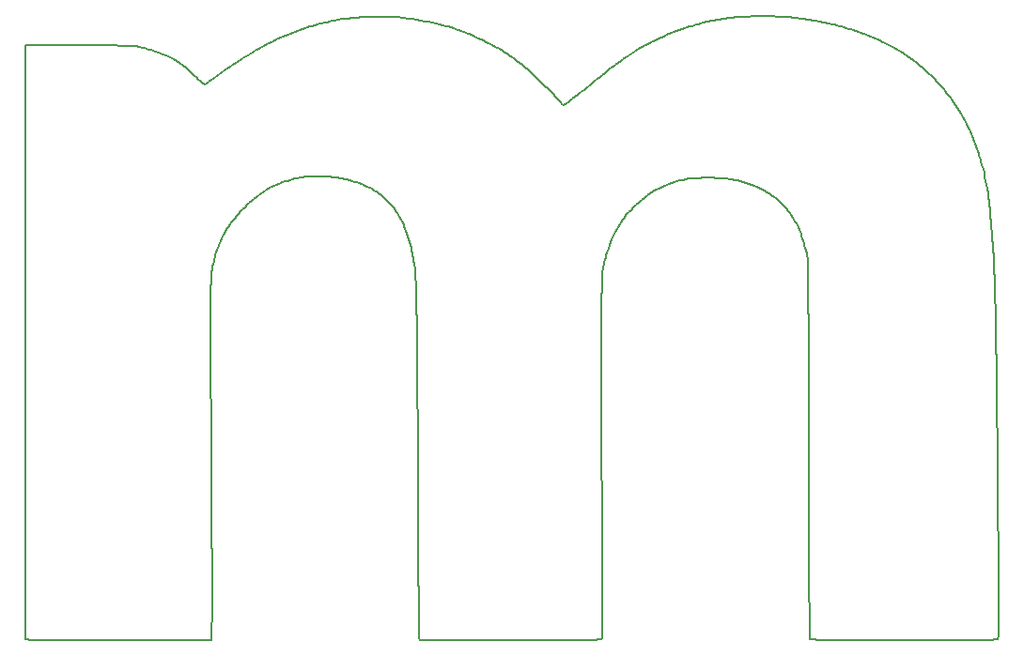
<source format=gm1>
G04 #@! TF.GenerationSoftware,KiCad,Pcbnew,7.0.0-da2b9df05c~165~ubuntu22.04.1*
G04 #@! TF.CreationDate,2023-03-05T12:57:27-08:00*
G04 #@! TF.ProjectId,badge,62616467-652e-46b6-9963-61645f706362,rev?*
G04 #@! TF.SameCoordinates,Original*
G04 #@! TF.FileFunction,Profile,NP*
%FSLAX46Y46*%
G04 Gerber Fmt 4.6, Leading zero omitted, Abs format (unit mm)*
G04 Created by KiCad (PCBNEW 7.0.0-da2b9df05c~165~ubuntu22.04.1) date 2023-03-05 12:57:27*
%MOMM*%
%LPD*%
G01*
G04 APERTURE LIST*
%ADD10C,0.200000*%
G04 #@! TA.AperFunction,Profile*
%ADD11C,0.200000*%
G04 #@! TD*
G04 APERTURE END LIST*
D10*
X141575106Y-58619081D02*
X141767070Y-58688438D01*
X141843305Y-58697999D01*
X188759950Y-70018017D02*
X188816194Y-70215724D01*
X188873412Y-70415990D01*
X188914737Y-70560053D01*
X125628148Y-72542878D02*
X125409882Y-72642736D01*
X125217347Y-72734010D01*
X125000181Y-72842936D01*
X124793957Y-72954384D01*
X124582416Y-73077204D01*
X124398432Y-73189597D01*
X124192317Y-73319467D01*
X124136355Y-73355196D01*
D11*
X119600652Y-110607471D02*
X119582465Y-113692834D01*
D10*
X166780466Y-57530919D02*
X167073387Y-57504931D01*
X167329127Y-57490556D01*
X167624706Y-57478543D01*
X167952817Y-57468897D01*
X168306150Y-57461620D01*
X168677397Y-57456715D01*
X169059250Y-57454184D01*
X169444399Y-57454032D01*
X169825537Y-57456261D01*
X170195355Y-57460873D01*
X170546543Y-57467873D01*
X170871794Y-57477262D01*
X171163798Y-57489045D01*
X171415248Y-57503223D01*
X171618834Y-57519800D01*
X171700395Y-57528989D01*
X136309813Y-75202741D02*
X136176476Y-74996989D01*
X136036991Y-74815805D01*
X135870325Y-74618350D01*
X135682476Y-74410712D01*
X135479439Y-74198977D01*
X135267212Y-73989231D01*
X135051790Y-73787560D01*
X134839171Y-73600051D01*
X134635351Y-73432790D01*
X134446326Y-73291863D01*
X134387643Y-73251792D01*
X151299141Y-65447185D02*
X151517301Y-65330792D01*
X151724696Y-65185377D01*
X151897661Y-65057479D01*
X152097518Y-64905506D01*
X152323520Y-64730044D01*
X152574922Y-64531683D01*
X152850977Y-64311011D01*
X153150938Y-64068618D01*
X153309650Y-63939459D01*
X153474060Y-63805091D01*
X153644073Y-63665587D01*
X153819596Y-63521020D01*
X154000536Y-63371464D01*
X154186800Y-63216992D01*
X154378295Y-63057679D01*
X154574927Y-62893598D01*
X154776602Y-62724821D01*
X154983229Y-62551424D01*
X155194713Y-62373480D01*
X138183089Y-103602811D02*
X138173682Y-101641045D01*
X138164719Y-99796651D01*
X138156128Y-98065649D01*
X138147837Y-96444055D01*
X138139777Y-94927889D01*
X138131875Y-93513170D01*
X138124062Y-92195916D01*
X138116265Y-90972145D01*
X138108415Y-89837877D01*
X138100439Y-88789129D01*
X138092268Y-87821920D01*
X138083829Y-86932270D01*
X138075053Y-86116195D01*
X138065867Y-85369716D01*
X138056201Y-84688850D01*
X138045985Y-84069617D01*
X138035147Y-83508034D01*
X138023615Y-83000121D01*
X138011320Y-82541895D01*
X137998190Y-82129376D01*
X137984154Y-81758582D01*
X137969141Y-81425532D01*
X137953080Y-81126243D01*
X137935900Y-80856736D01*
X137917530Y-80613027D01*
X137897900Y-80391137D01*
X137876937Y-80187083D01*
X137830733Y-79816559D01*
X137778349Y-79469603D01*
X137749663Y-79295011D01*
X178367336Y-59045420D02*
X178552680Y-59114965D01*
X170959401Y-74348005D02*
X170791297Y-74187161D01*
X170613918Y-74030038D01*
X170427782Y-73876925D01*
X170233408Y-73728114D01*
X170031318Y-73583894D01*
X169822029Y-73444557D01*
X169606062Y-73310393D01*
X169383937Y-73181694D01*
X169156172Y-73058749D01*
X168923288Y-72941850D01*
X168685804Y-72831288D01*
X168444240Y-72727352D01*
X168199115Y-72630334D01*
X167950949Y-72540525D01*
X167700261Y-72458215D01*
X167447572Y-72383696D01*
X122916850Y-60898705D02*
X123094644Y-60798696D01*
X123274509Y-60696457D01*
X123454124Y-60593960D01*
X123645635Y-60484339D01*
X123710219Y-60447297D01*
X190473307Y-106675347D02*
X190477679Y-107212908D01*
X190481709Y-107722767D01*
X190485391Y-108205633D01*
X190488719Y-108662215D01*
X190491686Y-109093225D01*
X190494288Y-109499371D01*
X190496516Y-109881363D01*
X190498366Y-110239912D01*
X190499831Y-110575728D01*
X190500905Y-110889520D01*
X190501581Y-111181998D01*
X190501855Y-111453873D01*
X190501719Y-111705854D01*
X190501167Y-111938651D01*
X190500193Y-112152973D01*
X190496956Y-112529037D01*
X190491958Y-112839723D01*
X190485151Y-113090712D01*
X190471438Y-113367687D01*
X190446360Y-113581053D01*
X190413159Y-113657858D01*
X121532652Y-61787324D02*
X121717017Y-61662529D01*
X121908203Y-61535924D01*
X122077565Y-61427604D01*
X122186880Y-61366446D01*
X120583149Y-62433577D02*
X120761255Y-62312861D01*
X120936100Y-62194018D01*
X121131710Y-62060851D01*
X121301099Y-61945389D01*
X121468173Y-61831369D01*
X121532652Y-61787324D01*
X145350029Y-60308663D02*
X145522537Y-60417142D01*
X145751867Y-60565579D01*
X145957543Y-60699947D01*
X146178091Y-60844832D01*
X146400915Y-60991926D01*
X146613418Y-61132920D01*
X146803006Y-61259507D01*
X146998372Y-61391517D01*
X147100749Y-61463449D01*
X175661373Y-58209099D02*
X175925287Y-58274889D01*
X176120593Y-58326546D01*
X176327128Y-58383125D01*
X176541242Y-58443498D01*
X176759283Y-58506534D01*
X176977601Y-58571107D01*
X177192544Y-58636088D01*
X177400461Y-58700348D01*
X177597700Y-58762758D01*
X177865552Y-58850439D01*
X178088842Y-58927611D01*
X178295945Y-59007578D01*
X178367336Y-59045420D01*
X163882707Y-58028480D02*
X164131567Y-57964752D01*
X164338364Y-57917434D01*
X164562811Y-57870459D01*
X164805249Y-57823771D01*
X165066020Y-57777308D01*
X165345463Y-57731014D01*
X165643919Y-57684830D01*
X165853621Y-57654072D01*
X166072026Y-57623319D01*
X166299234Y-57592554D01*
X166535347Y-57561760D01*
X166780466Y-57530919D01*
X119926127Y-78937328D02*
X119873128Y-79146715D01*
X119819428Y-79354229D01*
X119763255Y-79566072D01*
X119711167Y-79753659D01*
X173252335Y-79086553D02*
X173200514Y-78881419D01*
X173130456Y-78606643D01*
X173068282Y-78366785D01*
X173012507Y-78156680D01*
X172945526Y-77913896D01*
X172883756Y-77702584D01*
X172823674Y-77510501D01*
X172745579Y-77278788D01*
X172676416Y-77085211D01*
X136885631Y-57596020D02*
X137272371Y-57650337D01*
X137657729Y-57708361D01*
X138039324Y-57769570D01*
X138414779Y-57833447D01*
X138781712Y-57899472D01*
X139137745Y-57967126D01*
X139480498Y-58035890D01*
X139807593Y-58105245D01*
X140116649Y-58174672D01*
X140405288Y-58243652D01*
X140671129Y-58311666D01*
X140911795Y-58378196D01*
X141124904Y-58442721D01*
X141387697Y-58534615D01*
X141575106Y-58619081D01*
X172254725Y-76126234D02*
X172155423Y-75947143D01*
X172051342Y-75757525D01*
X171956376Y-75581455D01*
X119711167Y-79753659D02*
X119643535Y-80025483D01*
X119605354Y-80245532D01*
X119572465Y-80515660D01*
X119544665Y-80852163D01*
X119521753Y-81271339D01*
X119512067Y-81517021D01*
X119503528Y-81789483D01*
X119496109Y-82090761D01*
X119489787Y-82422892D01*
X119484536Y-82787914D01*
X119480330Y-83187863D01*
X119477144Y-83624777D01*
X119474954Y-84100692D01*
X119473735Y-84617646D01*
X119473460Y-85177676D01*
X119474104Y-85782819D01*
X119475644Y-86435112D01*
X119478052Y-87136592D01*
X119481305Y-87889295D01*
X119485377Y-88695260D01*
X119490242Y-89556524D01*
X119495876Y-90475122D01*
X119502254Y-91453093D01*
X119509349Y-92492473D01*
X119517138Y-93595300D01*
X119525595Y-94763611D01*
D11*
X119582465Y-113692834D02*
X111220303Y-113714094D01*
D10*
X122487032Y-61178817D02*
X122661960Y-61058262D01*
X122830971Y-60949427D01*
X122916850Y-60898705D01*
X187311108Y-66582743D02*
X187417592Y-66776175D01*
X187527767Y-66991543D01*
X187628541Y-67194235D01*
X187734885Y-67412448D01*
X187841577Y-67635567D01*
X187943393Y-67852977D01*
X188035110Y-68054063D01*
X137749663Y-79295011D02*
X137706015Y-79049759D01*
X137656438Y-78800292D01*
X137601434Y-78548191D01*
X137541507Y-78295039D01*
X137477160Y-78042416D01*
X137408898Y-77791906D01*
X137337223Y-77545089D01*
X137262640Y-77303549D01*
X137185651Y-77068867D01*
X137106760Y-76842624D01*
X137026471Y-76626404D01*
X136945287Y-76421787D01*
X136863712Y-76230357D01*
X136741717Y-75971395D01*
X136621674Y-75751000D01*
X133281346Y-72675136D02*
X133081899Y-72590516D01*
X132858464Y-72506286D01*
X132661341Y-72438834D01*
X132446974Y-72371033D01*
X132214523Y-72302619D01*
X131963147Y-72233325D01*
X131761690Y-72180618D01*
X131548761Y-72127156D01*
X167447572Y-72383696D02*
X167247662Y-72328966D01*
X166971571Y-72257468D01*
X166716184Y-72197764D01*
X166472699Y-72148819D01*
X166232315Y-72109595D01*
X165986228Y-72079057D01*
X165725638Y-72056168D01*
X165441743Y-72039891D01*
X165235186Y-72032202D01*
X165011751Y-72026685D01*
X164768830Y-72023031D01*
X164503815Y-72020935D01*
X164362208Y-72020375D01*
X184716905Y-63133067D02*
X184905476Y-63328692D01*
X185082189Y-63515899D01*
X185248830Y-63697064D01*
X185407184Y-63874561D01*
X185559038Y-64050764D01*
X185706176Y-64228048D01*
X185850385Y-64408788D01*
X185993451Y-64595358D01*
X186137159Y-64790132D01*
X186283295Y-64995485D01*
X186433646Y-65213792D01*
X186589995Y-65447428D01*
X186754131Y-65698766D01*
X186927837Y-65970181D01*
X187112901Y-66264049D01*
X187311108Y-66582743D01*
X172742760Y-57653525D02*
X172999251Y-57686207D01*
X173226088Y-57720307D01*
X173477616Y-57761701D01*
X173749468Y-57809558D01*
X174037274Y-57863046D01*
X174235852Y-57901423D01*
X174438285Y-57941686D01*
X174643280Y-57983591D01*
X174849541Y-58026889D01*
X175055776Y-58071335D01*
X175260688Y-58116683D01*
X175462985Y-58162687D01*
X175661373Y-58209099D01*
X121203214Y-76231695D02*
X121066590Y-76441681D01*
X120931275Y-76660723D01*
X120799919Y-76883661D01*
X120675169Y-77105339D01*
X120559674Y-77320598D01*
X120456084Y-77524280D01*
X120367047Y-77711227D01*
X120275546Y-77925544D01*
X120213740Y-78120082D01*
X120207890Y-78170172D01*
X154723264Y-113657579D02*
X154444755Y-113676612D01*
X154202217Y-113683717D01*
X153890107Y-113690481D01*
X153511997Y-113696873D01*
X153299309Y-113699919D01*
X153071461Y-113702859D01*
X152828900Y-113705690D01*
X152572072Y-113708407D01*
X152301424Y-113711007D01*
X152017404Y-113713485D01*
X151720457Y-113715838D01*
X151411030Y-113718060D01*
X151089570Y-113720148D01*
X150756524Y-113722098D01*
X150412339Y-113723906D01*
X150057460Y-113725568D01*
X149692335Y-113727080D01*
X149317410Y-113728437D01*
X148933133Y-113729636D01*
X148539949Y-113730672D01*
X148138306Y-113731541D01*
X147728650Y-113732240D01*
X147311428Y-113732764D01*
X146887086Y-113733109D01*
X146456072Y-113733271D01*
X113078160Y-60224945D02*
X113289705Y-60274121D01*
X113496420Y-60324802D01*
X113698453Y-60377065D01*
X113895952Y-60430988D01*
X114089065Y-60486651D01*
X114462730Y-60603512D01*
X114820634Y-60728275D01*
X115163965Y-60861571D01*
X115493908Y-61004028D01*
X115811653Y-61156278D01*
X116118384Y-61318948D01*
X116415291Y-61492669D01*
X116703559Y-61678070D01*
X116984376Y-61875781D01*
X117258929Y-62086431D01*
X117528406Y-62310650D01*
X117793992Y-62549067D01*
X118056875Y-62802313D01*
X118187675Y-62934693D01*
X118187675Y-62934693D02*
X118384218Y-63136311D01*
X118545969Y-63297364D01*
X118719594Y-63451367D01*
X118923586Y-63558812D01*
X119142705Y-63509835D01*
X119333367Y-63369031D01*
X119531234Y-63197761D01*
X142282217Y-58834651D02*
X142469740Y-58914950D01*
X142661149Y-58995179D01*
X142764537Y-59037216D01*
X130631465Y-57832722D02*
X130984460Y-57768470D01*
X131356239Y-57710294D01*
X131743857Y-57658304D01*
X131942687Y-57634663D01*
X132144374Y-57612610D01*
X132348549Y-57592160D01*
X132554846Y-57573326D01*
X132762896Y-57556122D01*
X132972331Y-57540562D01*
X133182785Y-57526659D01*
X133393888Y-57514429D01*
X133605274Y-57503884D01*
X133816574Y-57495038D01*
X134027421Y-57487906D01*
X134237446Y-57482502D01*
X134446283Y-57478839D01*
X134653563Y-57476932D01*
X134858919Y-57476793D01*
X135061982Y-57478438D01*
X135262385Y-57481879D01*
X135653741Y-57494210D01*
X136030043Y-57513895D01*
X136388349Y-57541048D01*
X136725718Y-57575778D01*
X136885631Y-57596020D01*
D11*
X146456072Y-113733271D02*
X138306406Y-113734541D01*
D10*
X150867544Y-65051072D02*
X151000367Y-65203229D01*
X151154645Y-65354281D01*
X151299141Y-65447185D01*
X164362208Y-72020375D02*
X164062701Y-72020261D01*
X163790086Y-72022031D01*
X163541200Y-72026138D01*
X163312883Y-72033035D01*
X163101973Y-72043174D01*
X162811330Y-72065454D01*
X162542069Y-72097578D01*
X162283522Y-72141073D01*
X162025018Y-72197469D01*
X161755887Y-72268293D01*
X161465460Y-72355075D01*
X161254741Y-72422550D01*
X161026655Y-72498250D01*
X119531234Y-63197761D02*
X119685524Y-63069965D01*
X119852828Y-62955862D01*
X119869917Y-62950822D01*
X136621674Y-75751000D02*
X136510718Y-75560293D01*
X136405434Y-75374839D01*
X136309813Y-75202741D01*
X157642841Y-60666118D02*
X157817474Y-60540034D01*
X158021962Y-60414501D01*
X158278211Y-60268203D01*
X158472800Y-60161705D01*
X158682894Y-60049832D01*
X158905494Y-59934127D01*
X159137599Y-59816131D01*
X159376209Y-59697386D01*
X159618325Y-59579434D01*
X159860947Y-59463817D01*
X160101074Y-59352076D01*
X160335706Y-59245753D01*
X160561845Y-59146390D01*
X160776490Y-59055529D01*
X157315867Y-60852731D02*
X157413530Y-60782729D01*
D11*
X102800000Y-86800000D02*
X102821361Y-60073917D01*
D10*
X102818389Y-113630706D02*
X102812608Y-113305420D01*
X102810845Y-113064201D01*
X102809167Y-112759452D01*
X102807574Y-112392892D01*
X102806068Y-111966242D01*
X102804650Y-111481220D01*
X102803320Y-110939546D01*
X102802080Y-110342941D01*
X102800932Y-109693122D01*
X102799877Y-108991810D01*
X102798914Y-108240724D01*
X102798047Y-107441584D01*
X102797276Y-106596109D01*
X102796602Y-105706019D01*
X102796026Y-104773033D01*
X102795550Y-103798871D01*
X102795175Y-102785252D01*
X102794901Y-101733895D01*
X102794731Y-100646521D01*
X102794665Y-99524848D01*
X102794704Y-98370596D01*
X102794850Y-97185485D01*
X102795104Y-95971234D01*
X102795467Y-94729563D01*
X102795940Y-93462191D01*
X102796524Y-92170838D01*
X102797221Y-90857222D01*
X102798032Y-89523064D01*
X102798958Y-88170084D01*
X102800000Y-86800000D01*
X120137760Y-78327855D02*
X120046669Y-78524759D01*
X119978925Y-78740546D01*
X119926127Y-78937328D01*
X157413530Y-60782729D02*
X157599392Y-60700695D01*
X157642841Y-60666118D01*
X189965129Y-77960800D02*
X189988759Y-78288874D01*
X190011397Y-78625821D01*
X190033091Y-78974426D01*
X190053890Y-79337474D01*
X190073845Y-79717750D01*
X190093003Y-80118040D01*
X190111416Y-80541130D01*
X190129131Y-80989805D01*
X190146198Y-81466849D01*
X190162667Y-81975049D01*
X190178586Y-82517189D01*
X190194006Y-83096056D01*
X190208974Y-83714434D01*
X190223541Y-84375109D01*
X190237757Y-85080866D01*
X190251669Y-85834491D01*
X190265328Y-86638769D01*
X190278782Y-87496486D01*
X190292082Y-88410425D01*
X190305276Y-89383375D01*
X190318413Y-90418118D01*
X190331544Y-91517441D01*
X190344717Y-92684130D01*
X190357981Y-93920969D01*
X190371386Y-95230744D01*
X190384982Y-96616240D01*
X190398816Y-98080243D01*
X190412940Y-99625538D01*
X190427401Y-101254911D01*
X190442250Y-102971146D01*
X190457535Y-104777030D01*
X190473307Y-106675347D01*
X188035110Y-68054063D02*
X188134373Y-68290075D01*
X188233246Y-68540398D01*
X188313966Y-68751053D01*
X188396894Y-68972081D01*
X188478951Y-69195145D01*
X188557060Y-69411906D01*
X188628144Y-69614026D01*
X188706675Y-69846330D01*
X188759950Y-70018017D01*
X163215601Y-58210242D02*
X163422057Y-58154202D01*
X163625274Y-58098860D01*
X163831148Y-58042612D01*
X163882707Y-58028480D01*
X127776963Y-71967060D02*
X127543352Y-72009559D01*
X127334694Y-72054167D01*
X127106583Y-72107218D01*
X126867317Y-72166489D01*
X126625193Y-72229756D01*
X126388508Y-72294796D01*
X126165560Y-72359385D01*
X125964647Y-72421300D01*
X125745380Y-72495850D01*
X125628148Y-72542878D01*
X147100749Y-61463449D02*
X147324364Y-61639327D01*
X147561489Y-61833019D01*
X147809567Y-62042089D01*
X148066040Y-62264102D01*
X148328349Y-62496621D01*
X148593939Y-62737211D01*
X148860250Y-62983435D01*
X149124726Y-63232857D01*
X149384808Y-63483042D01*
X149637940Y-63731554D01*
X149881564Y-63975957D01*
X150113122Y-64213814D01*
X150330056Y-64442690D01*
X150529810Y-64660149D01*
X150709825Y-64863755D01*
X150867544Y-65051072D01*
X173386117Y-96509251D02*
X173383986Y-95288330D01*
X173381809Y-94122207D01*
X173379577Y-93009767D01*
X173377280Y-91949894D01*
X173374911Y-90941472D01*
X173372462Y-89983387D01*
X173369922Y-89074521D01*
X173367285Y-88213761D01*
X173364541Y-87399990D01*
X173361682Y-86632093D01*
X173358699Y-85908954D01*
X173355583Y-85229457D01*
X173352327Y-84592488D01*
X173348922Y-83996931D01*
X173345358Y-83441669D01*
X173341628Y-82925588D01*
X173337723Y-82447572D01*
X173333635Y-82006505D01*
X173329354Y-81601272D01*
X173324873Y-81230758D01*
X173320183Y-80893846D01*
X173315274Y-80589421D01*
X173310140Y-80316368D01*
X173304770Y-80073572D01*
X173299158Y-79859916D01*
X173287168Y-79515563D01*
X173274101Y-79274386D01*
X173252335Y-79086553D01*
X173505980Y-113624762D02*
X173483009Y-113364570D01*
X173472540Y-113056068D01*
X173467549Y-112855671D01*
X173462716Y-112623922D01*
X173458037Y-112360380D01*
X173453511Y-112064603D01*
X173449133Y-111736151D01*
X173444901Y-111374582D01*
X173440812Y-110979455D01*
X173436863Y-110550329D01*
X173433049Y-110086762D01*
X173429370Y-109588314D01*
X173425820Y-109054543D01*
X173422398Y-108485008D01*
X173419100Y-107879269D01*
X173415922Y-107236882D01*
X173412863Y-106557409D01*
X173409919Y-105840407D01*
X173407087Y-105085435D01*
X173404363Y-104292052D01*
X173401745Y-103459817D01*
X173399229Y-102588288D01*
X173396813Y-101677025D01*
X173394493Y-100725586D01*
X173392267Y-99733531D01*
X173390131Y-98700417D01*
X173388082Y-97625804D01*
X173386117Y-96509251D01*
X172676416Y-77085211D02*
X172603954Y-76895178D01*
X172521960Y-76695117D01*
X172436270Y-76498300D01*
X172339410Y-76290488D01*
X172254725Y-76126234D01*
X155714372Y-77377082D02*
X155615552Y-77594404D01*
X155516714Y-77835751D01*
X155418798Y-78097960D01*
X155322741Y-78377864D01*
X155260200Y-78572735D01*
X155199180Y-78773126D01*
X155139961Y-78978100D01*
X155082819Y-79186718D01*
X155028034Y-79398042D01*
X154975883Y-79611136D01*
X154926644Y-79825061D01*
X154880596Y-80038880D01*
X154838016Y-80251654D01*
X154799184Y-80462446D01*
X119525595Y-94763611D02*
X119530350Y-95421629D01*
X119534998Y-96079293D01*
X119539534Y-96735585D01*
X119543954Y-97389490D01*
X119548251Y-98039994D01*
X119552422Y-98686080D01*
X119556461Y-99326734D01*
X119560364Y-99960939D01*
X119564126Y-100587682D01*
X119567742Y-101205945D01*
X119571208Y-101814714D01*
X119574518Y-102412974D01*
X119577667Y-102999708D01*
X119580652Y-103573903D01*
X119583466Y-104134541D01*
X119586106Y-104680609D01*
X119588567Y-105211090D01*
X119590843Y-105724969D01*
X119592929Y-106221231D01*
X119594822Y-106698860D01*
X119596516Y-107156842D01*
X119598007Y-107594160D01*
X119599288Y-108009799D01*
X119600357Y-108402744D01*
X119601208Y-108771980D01*
X119601835Y-109116490D01*
X119602235Y-109435261D01*
X119602403Y-109727276D01*
X119602333Y-109991519D01*
X119602021Y-110226977D01*
X119601462Y-110432632D01*
X119600652Y-110607471D01*
X133770474Y-72874094D02*
X133572093Y-72801501D01*
X133370747Y-72715101D01*
X133281346Y-72675136D01*
X157128237Y-61009272D02*
X157297287Y-60891579D01*
X157315867Y-60852731D01*
X131548761Y-72127156D02*
X131345058Y-72080836D01*
X131129403Y-72039033D01*
X130903440Y-72001815D01*
X130668816Y-71969253D01*
X130427178Y-71941415D01*
X130180171Y-71918373D01*
X129929441Y-71900196D01*
X129676635Y-71886954D01*
X129423398Y-71878717D01*
X129171377Y-71875555D01*
X128922217Y-71877536D01*
X128677566Y-71884733D01*
X128439069Y-71897213D01*
X128208372Y-71915048D01*
X127987121Y-71938307D01*
X127776963Y-71967060D01*
X138268026Y-113546911D02*
X138259366Y-113310087D01*
X138254543Y-113050731D01*
X138249450Y-112704209D01*
X138246816Y-112499854D01*
X138244130Y-112275620D01*
X138241398Y-112032143D01*
X138238626Y-111770061D01*
X138235819Y-111490012D01*
X138232983Y-111192632D01*
X138230122Y-110878560D01*
X138227243Y-110548431D01*
X138224351Y-110202884D01*
X138221451Y-109842556D01*
X138218548Y-109468084D01*
X138215649Y-109080105D01*
X138212759Y-108679256D01*
X138209882Y-108266176D01*
X138207025Y-107841501D01*
X138204193Y-107405868D01*
X138201391Y-106959915D01*
X138198626Y-106504279D01*
X138195901Y-106039598D01*
X138193223Y-105566508D01*
X138190598Y-105085647D01*
X138188030Y-104597652D01*
X138185525Y-104103161D01*
X138183089Y-103602811D01*
D11*
X138306406Y-113734541D02*
X138268026Y-113546911D01*
D10*
X141843305Y-58697999D02*
X142053532Y-58747857D01*
X142249431Y-58820730D01*
X142282217Y-58834651D01*
X155194713Y-62373480D02*
X155365356Y-62238186D01*
X155543751Y-62103938D01*
X155752640Y-61950569D01*
X155980578Y-61786153D01*
X156216120Y-61618767D01*
X156447818Y-61456485D01*
X156664230Y-61307386D01*
X156853908Y-61179542D01*
X157045445Y-61056109D01*
X157128237Y-61009272D01*
X178552680Y-59114965D02*
X178747315Y-59170735D01*
X178942460Y-59248739D01*
X179141519Y-59334545D01*
X179377588Y-59440653D01*
X179578284Y-59533281D01*
X179798744Y-59636875D01*
X180038516Y-59751241D01*
X180122654Y-59791723D01*
X161026655Y-72498250D02*
X160741003Y-72600580D01*
X160457474Y-72714677D01*
X160176441Y-72840275D01*
X159898279Y-72977111D01*
X159623361Y-73124919D01*
X159352062Y-73283437D01*
X159084756Y-73452399D01*
X158821817Y-73631541D01*
X158563618Y-73820599D01*
X158310534Y-74019310D01*
X158062939Y-74227408D01*
X157821207Y-74444629D01*
X157585712Y-74670710D01*
X157356828Y-74905385D01*
X157134929Y-75148391D01*
X156920389Y-75399464D01*
X120207890Y-78170172D02*
X120137760Y-78327855D01*
X111220303Y-113714094D02*
X110611579Y-113715576D01*
X110031101Y-113716854D01*
X109478275Y-113717920D01*
X108952511Y-113718770D01*
X108453218Y-113719396D01*
X107979805Y-113719794D01*
X107531681Y-113719958D01*
X107108254Y-113719881D01*
X106708933Y-113719558D01*
X106333128Y-113718982D01*
X105980247Y-113718149D01*
X105649699Y-113717052D01*
X105340893Y-113715685D01*
X105053238Y-113714043D01*
X104786143Y-113712120D01*
X104539016Y-113709909D01*
X104311267Y-113707405D01*
X104102305Y-113704603D01*
X103738375Y-113698077D01*
X103442498Y-113690286D01*
X103209944Y-113681182D01*
X102969501Y-113664963D01*
X102818389Y-113630706D01*
X160776490Y-59055529D02*
X161006758Y-58961764D01*
X161240673Y-58869625D01*
X161476859Y-58779589D01*
X161713937Y-58692134D01*
X161950531Y-58607735D01*
X162185263Y-58526871D01*
X162416756Y-58450017D01*
X162643634Y-58377651D01*
X162864518Y-58310249D01*
X163078032Y-58248290D01*
X163215601Y-58210242D01*
X122186880Y-61366446D02*
X122369976Y-61259976D01*
X122487032Y-61178817D01*
X154799184Y-80462446D02*
X154775700Y-80710918D01*
X154765014Y-80913888D01*
X154755033Y-81167971D01*
X154745759Y-81472134D01*
X154737194Y-81825343D01*
X154729339Y-82226566D01*
X154722194Y-82674771D01*
X154715762Y-83168923D01*
X154710044Y-83707991D01*
X154705041Y-84290941D01*
X154700754Y-84916740D01*
X154697185Y-85584356D01*
X154694335Y-86292756D01*
X154692206Y-87040907D01*
X154690799Y-87827775D01*
X154690115Y-88652329D01*
X154690155Y-89513535D01*
X154690921Y-90410361D01*
X154692415Y-91341773D01*
X154694637Y-92306739D01*
X154697590Y-93304225D01*
X154701273Y-94333200D01*
X154705690Y-95392629D01*
X154710840Y-96481481D01*
X154716726Y-97598722D01*
X154723349Y-98743319D01*
X154730709Y-99914240D01*
X154738810Y-101110451D01*
X154747651Y-102330921D01*
X154757234Y-103574615D01*
X154767561Y-104840502D01*
X123710219Y-60447297D02*
X123915116Y-60331074D01*
X124121186Y-60216913D01*
X124328384Y-60104831D01*
X124536667Y-59994843D01*
X124745992Y-59886967D01*
X124956313Y-59781219D01*
X125167588Y-59677615D01*
X125379773Y-59576172D01*
X125592824Y-59476906D01*
X125806697Y-59379834D01*
X126021349Y-59284973D01*
X126236736Y-59192339D01*
X126452814Y-59101948D01*
X126669539Y-59013817D01*
X126886868Y-58927962D01*
X127104758Y-58844400D01*
X127323163Y-58763148D01*
X127542041Y-58684222D01*
X127761348Y-58607638D01*
X127981040Y-58533413D01*
X128201073Y-58461564D01*
X128421404Y-58392106D01*
X128641989Y-58325057D01*
X128862784Y-58260433D01*
X129083746Y-58198251D01*
X129304830Y-58138526D01*
X129525993Y-58081276D01*
X129747192Y-58026517D01*
X129968382Y-57974266D01*
X130189520Y-57924538D01*
X130410562Y-57877351D01*
X130631465Y-57832722D01*
X171700395Y-57528989D02*
X171928516Y-57557571D01*
X172140502Y-57583447D01*
X172352445Y-57608771D01*
X172580408Y-57635316D01*
X172742760Y-57653525D01*
X188914737Y-70560053D02*
X189013674Y-70912483D01*
X189104984Y-71257126D01*
X189189350Y-71598794D01*
X189267455Y-71942304D01*
X189339983Y-72292471D01*
X189407616Y-72654110D01*
X189471039Y-73032037D01*
X189530934Y-73431065D01*
X189559773Y-73639997D01*
X189587986Y-73856011D01*
X189615659Y-74079708D01*
X189642877Y-74311690D01*
X189669726Y-74552559D01*
X189696292Y-74802917D01*
X189722658Y-75063365D01*
X189748912Y-75334506D01*
X189775139Y-75616942D01*
X189801423Y-75911274D01*
X189827851Y-76218105D01*
X189854507Y-76538036D01*
X189881478Y-76871669D01*
X189908848Y-77219606D01*
X189936703Y-77582449D01*
X189965129Y-77960800D01*
X119869917Y-62950822D02*
X120045869Y-62841258D01*
X120087925Y-62804899D01*
X107616195Y-60073917D02*
X108010857Y-60073963D01*
X108383996Y-60074115D01*
X108736318Y-60074393D01*
X109068530Y-60074816D01*
X109381341Y-60075403D01*
X109675458Y-60076174D01*
X109951587Y-60077150D01*
X110210437Y-60078348D01*
X110452715Y-60079789D01*
X110679128Y-60081493D01*
X110890383Y-60083478D01*
X111270251Y-60088373D01*
X111597978Y-60094631D01*
X111879223Y-60102407D01*
X112119644Y-60111859D01*
X112324902Y-60123143D01*
X112579236Y-60143847D01*
X112786284Y-60169552D01*
X113021804Y-60212520D01*
X113078160Y-60224945D01*
X154767561Y-104840502D02*
X154773239Y-105524415D01*
X154778508Y-106172788D01*
X154783363Y-106786541D01*
X154787798Y-107366591D01*
X154791811Y-107913860D01*
X154795395Y-108429265D01*
X154798547Y-108913726D01*
X154801262Y-109368164D01*
X154803535Y-109793496D01*
X154805361Y-110190642D01*
X154806737Y-110560522D01*
X154807656Y-110904055D01*
X154808116Y-111222160D01*
X154808110Y-111515757D01*
X154807635Y-111785764D01*
X154806686Y-112033102D01*
X154805259Y-112258690D01*
X154803347Y-112463446D01*
X154798057Y-112814142D01*
X154790778Y-113092545D01*
X154781473Y-113306010D01*
X154763638Y-113520536D01*
X154723264Y-113657579D01*
X124136355Y-73355196D02*
X123956864Y-73475464D01*
X123768524Y-73611846D01*
X123573121Y-73762588D01*
X123372442Y-73925938D01*
X123168273Y-74100144D01*
X122962403Y-74283454D01*
X122756617Y-74474114D01*
X122552703Y-74670372D01*
X122352448Y-74870477D01*
X122157638Y-75072675D01*
X121970062Y-75275214D01*
X121791505Y-75476343D01*
X121623754Y-75674307D01*
X121468598Y-75867355D01*
X121327822Y-76053735D01*
X121203214Y-76231695D01*
X171956376Y-75581455D02*
X171823628Y-75378511D01*
X171673406Y-75178275D01*
X171532536Y-75000448D01*
X171382334Y-74818156D01*
X171231167Y-74641751D01*
X171087401Y-74481583D01*
X170959401Y-74348005D01*
X134387643Y-73251792D02*
X134216966Y-73139792D01*
X134038505Y-73026174D01*
X133862632Y-72919851D01*
X133770474Y-72874094D01*
X180122654Y-59791723D02*
X180448942Y-59953063D01*
X180767243Y-60118723D01*
X181078149Y-60289133D01*
X181382255Y-60464726D01*
X181680153Y-60645932D01*
X181972435Y-60833183D01*
X182259696Y-61026911D01*
X182542528Y-61227546D01*
X182821524Y-61435520D01*
X183097276Y-61651264D01*
X183370380Y-61875211D01*
X183641426Y-62107790D01*
X183911009Y-62349434D01*
X184179721Y-62600574D01*
X184448155Y-62861641D01*
X184716905Y-63133067D01*
X190413159Y-113657858D02*
X190127476Y-113676754D01*
X189878278Y-113683819D01*
X189557608Y-113690551D01*
X189169219Y-113696918D01*
X188950802Y-113699953D01*
X188716863Y-113702885D01*
X188467870Y-113705708D01*
X188204293Y-113708419D01*
X187926601Y-113711014D01*
X187635262Y-113713487D01*
X187330746Y-113715836D01*
X187013521Y-113718056D01*
X186684058Y-113720143D01*
X186342824Y-113722092D01*
X185990289Y-113723900D01*
X185626922Y-113725562D01*
X185253193Y-113727074D01*
X184869569Y-113728431D01*
X184476521Y-113729631D01*
X184074516Y-113730668D01*
X183664026Y-113731539D01*
X183245517Y-113732238D01*
X182819460Y-113732763D01*
X182386324Y-113733108D01*
X181946577Y-113733271D01*
X120087925Y-62804899D02*
X120250985Y-62672803D01*
X120422863Y-62545520D01*
X120583149Y-62433577D01*
X142764537Y-59037216D02*
X142994456Y-59141876D01*
X143231328Y-59254810D01*
X143418658Y-59345187D01*
X143622911Y-59444385D01*
X143838424Y-59549617D01*
X144059531Y-59658099D01*
X144280567Y-59767045D01*
X144495869Y-59873668D01*
X144699771Y-59975185D01*
X144886610Y-60068808D01*
X145122480Y-60188351D01*
X145324380Y-60294118D01*
X145350029Y-60308663D01*
D11*
X102821361Y-60073917D02*
X107616195Y-60073917D01*
D10*
X181946577Y-113733271D02*
X181323988Y-113733307D01*
X180731419Y-113733211D01*
X180168183Y-113732972D01*
X179633593Y-113732584D01*
X179126961Y-113732035D01*
X178647601Y-113731319D01*
X178194825Y-113730426D01*
X177767947Y-113729346D01*
X177366280Y-113728072D01*
X176989137Y-113726595D01*
X176635830Y-113724905D01*
X176305673Y-113722994D01*
X175997978Y-113720853D01*
X175712059Y-113718474D01*
X175447229Y-113715847D01*
X175202801Y-113712963D01*
X174978087Y-113709815D01*
X174772401Y-113706392D01*
X174415363Y-113698689D01*
X174126193Y-113689784D01*
X173899393Y-113679607D01*
X173664115Y-113661800D01*
X173505980Y-113624762D01*
X156920389Y-75399464D02*
X156769179Y-75602461D01*
X156617236Y-75827644D01*
X156491615Y-76022649D01*
X156360573Y-76232539D01*
X156228227Y-76450560D01*
X156098695Y-76669960D01*
X155976096Y-76883984D01*
X155864547Y-77085881D01*
X155768165Y-77268896D01*
X155714372Y-77377082D01*
M02*

</source>
